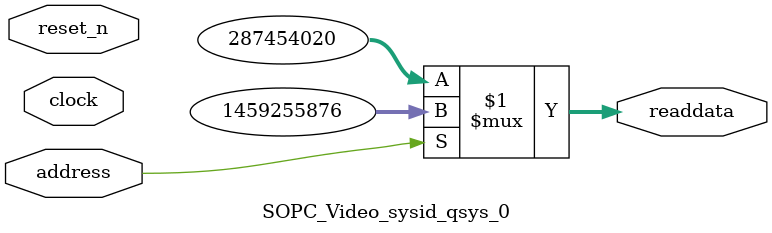
<source format=v>

`timescale 1ns / 1ps
// synthesis translate_on

// turn off superfluous verilog processor warnings 
// altera message_level Level1 
// altera message_off 10034 10035 10036 10037 10230 10240 10030 

module SOPC_Video_sysid_qsys_0 (
               // inputs:
                address,
                clock,
                reset_n,

               // outputs:
                readdata
             )
;

  output  [ 31: 0] readdata;
  input            address;
  input            clock;
  input            reset_n;

  wire    [ 31: 0] readdata;
  //control_slave, which is an e_avalon_slave
  assign readdata = address ? 1459255876 : 287454020;

endmodule




</source>
